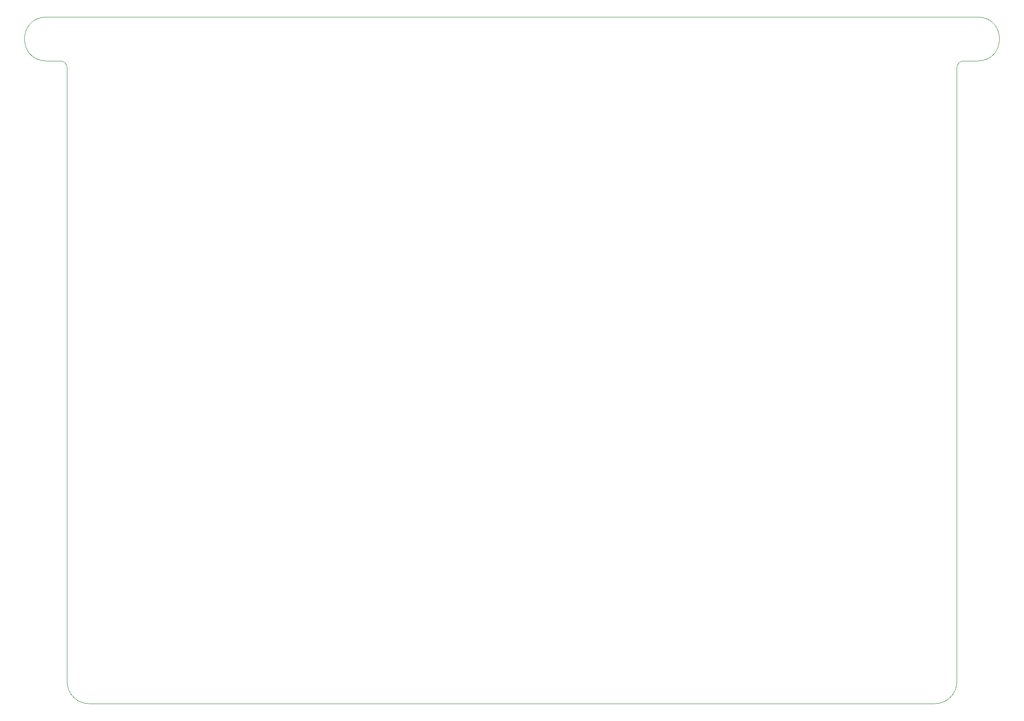
<source format=gbr>
%TF.GenerationSoftware,KiCad,Pcbnew,(5.1.6)-1*%
%TF.CreationDate,2022-03-17T22:37:37-05:00*%
%TF.ProjectId,2022_Rev2,32303232-5f52-4657-9632-2e6b69636164,rev?*%
%TF.SameCoordinates,Original*%
%TF.FileFunction,Profile,NP*%
%FSLAX46Y46*%
G04 Gerber Fmt 4.6, Leading zero omitted, Abs format (unit mm)*
G04 Created by KiCad (PCBNEW (5.1.6)-1) date 2022-03-17 22:37:37*
%MOMM*%
%LPD*%
G01*
G04 APERTURE LIST*
%TA.AperFunction,Profile*%
%ADD10C,0.050000*%
%TD*%
G04 APERTURE END LIST*
D10*
X73152000Y-28448000D02*
G75*
G02*
X74422000Y-29718000I0J-1270000D01*
G01*
X73152000Y-28448000D02*
X70612000Y-28448000D01*
X70612000Y-28448000D02*
G75*
G02*
X70612000Y-20320000I0J4064000D01*
G01*
X240030000Y-28448000D02*
X242570000Y-28448000D01*
X238760000Y-29718000D02*
G75*
G02*
X240030000Y-28448000I1270000J0D01*
G01*
X242570000Y-20320000D02*
G75*
G02*
X242570000Y-28448000I0J-4064000D01*
G01*
X238760000Y-143256000D02*
G75*
G02*
X234696000Y-147320000I-4064000J0D01*
G01*
X78486000Y-147320000D02*
G75*
G02*
X74422000Y-143256000I0J4064000D01*
G01*
X74422000Y-29718000D02*
X74422000Y-143256000D01*
X242570000Y-20320000D02*
X70612000Y-20320000D01*
X234696000Y-147320000D02*
X78486000Y-147320000D01*
X238760000Y-29718000D02*
X238760000Y-143256000D01*
M02*

</source>
